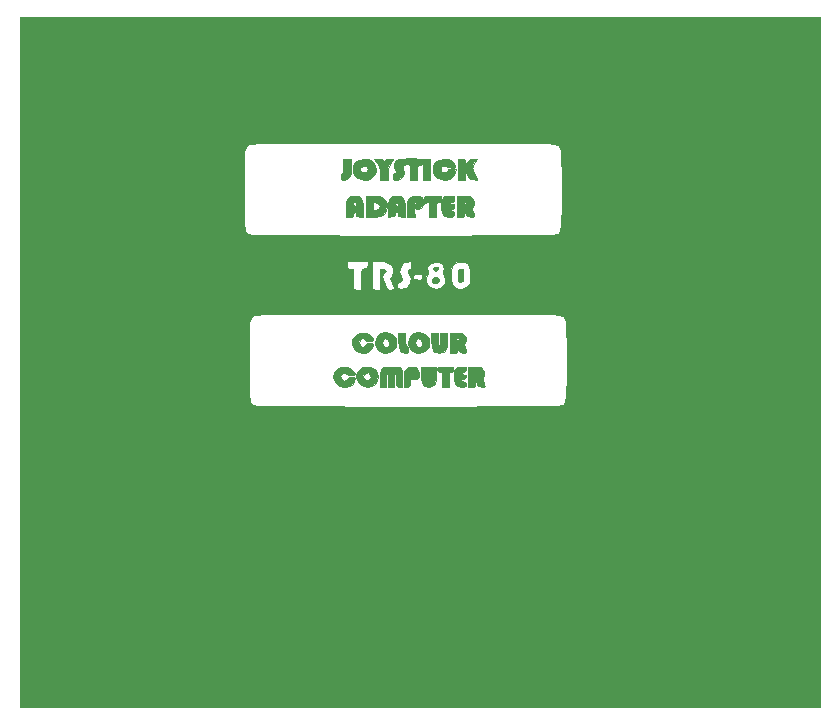
<source format=gto>
%TF.GenerationSoftware,KiCad,Pcbnew,(5.1.8)-1*%
%TF.CreationDate,2021-01-26T14:35:43+01:00*%
%TF.ProjectId,D32 Joystick Adapter Faceplate A2,44333220-4a6f-4797-9374-69636b204164,rev?*%
%TF.SameCoordinates,Original*%
%TF.FileFunction,Legend,Top*%
%TF.FilePolarity,Positive*%
%FSLAX46Y46*%
G04 Gerber Fmt 4.6, Leading zero omitted, Abs format (unit mm)*
G04 Created by KiCad (PCBNEW (5.1.8)-1) date 2021-01-26 14:35:43*
%MOMM*%
%LPD*%
G01*
G04 APERTURE LIST*
%ADD10C,0.010000*%
G04 APERTURE END LIST*
D10*
%TO.C,G\u002A\u002A\u002A*%
G36*
X157691667Y-122555000D02*
G01*
X89958334Y-122555000D01*
X89958334Y-93217999D01*
X109304667Y-93217999D01*
X109305026Y-94102320D01*
X109307641Y-94832806D01*
X109314819Y-95424956D01*
X109328867Y-95894270D01*
X109352092Y-96256246D01*
X109386802Y-96526384D01*
X109435302Y-96720181D01*
X109499901Y-96853137D01*
X109582905Y-96940751D01*
X109686620Y-96998522D01*
X109813355Y-97041948D01*
X109876607Y-97060390D01*
X109999847Y-97071703D01*
X110280936Y-97082256D01*
X110708388Y-97092046D01*
X111270722Y-97101071D01*
X111956453Y-97109329D01*
X112754098Y-97116817D01*
X113652173Y-97123533D01*
X114639195Y-97129475D01*
X115703679Y-97134639D01*
X116834144Y-97139025D01*
X118019104Y-97142629D01*
X119247077Y-97145449D01*
X120506578Y-97147484D01*
X121786125Y-97148729D01*
X123074234Y-97149184D01*
X124359420Y-97148845D01*
X125630202Y-97147711D01*
X126875094Y-97145779D01*
X128082613Y-97143047D01*
X129241277Y-97139512D01*
X130339601Y-97135172D01*
X131366101Y-97130025D01*
X132309295Y-97124068D01*
X133157698Y-97117299D01*
X133899828Y-97109715D01*
X134524199Y-97101315D01*
X135019330Y-97092096D01*
X135373736Y-97082055D01*
X135575934Y-97071191D01*
X135615634Y-97065660D01*
X135763019Y-97023257D01*
X135884662Y-96975177D01*
X135983033Y-96905917D01*
X136060602Y-96799970D01*
X136119840Y-96641831D01*
X136163216Y-96415997D01*
X136193202Y-96106960D01*
X136212268Y-95699218D01*
X136222884Y-95177264D01*
X136227520Y-94525593D01*
X136228648Y-93728700D01*
X136228667Y-93217999D01*
X136228421Y-92333808D01*
X136226038Y-91603444D01*
X136219046Y-91011404D01*
X136204975Y-90542181D01*
X136181356Y-90180271D01*
X136145717Y-89910169D01*
X136095588Y-89716369D01*
X136028499Y-89583367D01*
X135941980Y-89495658D01*
X135833560Y-89437736D01*
X135700768Y-89394097D01*
X135615634Y-89370339D01*
X135487657Y-89358205D01*
X135201874Y-89346926D01*
X134769810Y-89336502D01*
X134202989Y-89326933D01*
X133512938Y-89318219D01*
X132711181Y-89310360D01*
X131809243Y-89303355D01*
X130818649Y-89297206D01*
X129750924Y-89291912D01*
X128617594Y-89287472D01*
X127430183Y-89283888D01*
X126200216Y-89281159D01*
X124939218Y-89279284D01*
X123658716Y-89278265D01*
X122370232Y-89278100D01*
X121085294Y-89278791D01*
X119815424Y-89280336D01*
X118572150Y-89282736D01*
X117366995Y-89285992D01*
X116211485Y-89290102D01*
X115117145Y-89295067D01*
X114095500Y-89300887D01*
X113158074Y-89307563D01*
X112316394Y-89315093D01*
X111581983Y-89323478D01*
X110966368Y-89332718D01*
X110481072Y-89342813D01*
X110137622Y-89353763D01*
X109947542Y-89365568D01*
X109917700Y-89370339D01*
X109770314Y-89412742D01*
X109648672Y-89460822D01*
X109550301Y-89530082D01*
X109472732Y-89636029D01*
X109413494Y-89794168D01*
X109370117Y-90020002D01*
X109340131Y-90329039D01*
X109321066Y-90736781D01*
X109310450Y-91258735D01*
X109305813Y-91910406D01*
X109304686Y-92707299D01*
X109304667Y-93217999D01*
X89958334Y-93217999D01*
X89958334Y-84793666D01*
X117644334Y-84793666D01*
X117644334Y-85132333D01*
X117654364Y-85349488D01*
X117708718Y-85446023D01*
X117843792Y-85470465D01*
X117898334Y-85471000D01*
X118152334Y-85471000D01*
X118152334Y-87215894D01*
X118491000Y-87235876D01*
X118829667Y-87255859D01*
X118829667Y-87215894D01*
X119761000Y-87215894D01*
X120099667Y-87235876D01*
X120438334Y-87255859D01*
X120438334Y-85459752D01*
X120664637Y-85486542D01*
X120852582Y-85548119D01*
X120927601Y-85648613D01*
X120872679Y-85746456D01*
X120785920Y-85782801D01*
X120646265Y-85896858D01*
X120611010Y-86128076D01*
X120679687Y-86460666D01*
X120816266Y-86804500D01*
X120942065Y-87056494D01*
X121046348Y-87189484D01*
X121172017Y-87241070D01*
X121323438Y-87249000D01*
X121520886Y-87230784D01*
X121620697Y-87185923D01*
X121623667Y-87175623D01*
X121593330Y-87062107D01*
X121522680Y-86868000D01*
X121877667Y-86868000D01*
X121890343Y-87065361D01*
X121962711Y-87147259D01*
X122146283Y-87164254D01*
X122179566Y-87164333D01*
X122436169Y-87138764D01*
X122644686Y-87076828D01*
X122652401Y-87072851D01*
X122799110Y-86935060D01*
X122932399Y-86718713D01*
X122945677Y-86688566D01*
X123012917Y-86494819D01*
X123015217Y-86332195D01*
X122949458Y-86132505D01*
X123250204Y-86132505D01*
X123251474Y-86279585D01*
X123313912Y-86352549D01*
X123481008Y-86382298D01*
X123613195Y-86390406D01*
X123847237Y-86396012D01*
X123958215Y-86361533D01*
X123977966Y-86301200D01*
X124340005Y-86301200D01*
X124356621Y-86616121D01*
X124490460Y-86899384D01*
X124540818Y-86956515D01*
X124817987Y-87124554D01*
X125155195Y-87176576D01*
X125489137Y-87112582D01*
X125733849Y-86956515D01*
X125896980Y-86688712D01*
X125940956Y-86372139D01*
X125863174Y-86089432D01*
X126449667Y-86089432D01*
X126456757Y-86428994D01*
X126486378Y-86650851D01*
X126551056Y-86806334D01*
X126657291Y-86940303D01*
X126837876Y-87090620D01*
X127055035Y-87154888D01*
X127254000Y-87164333D01*
X127537090Y-87140567D01*
X127732805Y-87049824D01*
X127850710Y-86940303D01*
X127960646Y-86800273D01*
X128023544Y-86642976D01*
X128051928Y-86417079D01*
X128058334Y-86089432D01*
X128033330Y-85597804D01*
X127949842Y-85250056D01*
X127795150Y-85027037D01*
X127556534Y-84909596D01*
X127254000Y-84878333D01*
X126927493Y-84915980D01*
X126696541Y-85041690D01*
X126548427Y-85274613D01*
X126470430Y-85633901D01*
X126449667Y-86089432D01*
X125863174Y-86089432D01*
X125859311Y-86075392D01*
X125822372Y-86017552D01*
X125750130Y-85814124D01*
X125777252Y-85715809D01*
X125821922Y-85470460D01*
X125743413Y-85195867D01*
X125631259Y-85032114D01*
X125413863Y-84905474D01*
X125128096Y-84880426D01*
X124835470Y-84949920D01*
X124597500Y-85106905D01*
X124556473Y-85155306D01*
X124442156Y-85349797D01*
X124438457Y-85523579D01*
X124472010Y-85628657D01*
X124518350Y-85848068D01*
X124449978Y-86020699D01*
X124447556Y-86024032D01*
X124340005Y-86301200D01*
X123977966Y-86301200D01*
X123992013Y-86258296D01*
X123994334Y-86152234D01*
X123982711Y-85990909D01*
X123916481Y-85916409D01*
X123748601Y-85895310D01*
X123631343Y-85894333D01*
X123402729Y-85904076D01*
X123293907Y-85953839D01*
X123255588Y-86074423D01*
X123250204Y-86132505D01*
X122949458Y-86132505D01*
X122947184Y-86125601D01*
X122896866Y-86008846D01*
X122789528Y-85719578D01*
X122782495Y-85548563D01*
X122877352Y-85476475D01*
X122940997Y-85471000D01*
X123026066Y-85410020D01*
X123061111Y-85212687D01*
X123063000Y-85122458D01*
X123054332Y-84903996D01*
X123011406Y-84814992D01*
X122908836Y-84815806D01*
X122872500Y-84824969D01*
X122681564Y-84866383D01*
X122587712Y-84877177D01*
X122470382Y-84933288D01*
X122302681Y-85070009D01*
X122270212Y-85101545D01*
X122086042Y-85395086D01*
X122057521Y-85740044D01*
X122177594Y-86100433D01*
X122265378Y-86353479D01*
X122222816Y-86514371D01*
X122053020Y-86571654D01*
X122049657Y-86571666D01*
X121931349Y-86603822D01*
X121883519Y-86730612D01*
X121877667Y-86868000D01*
X121522680Y-86868000D01*
X121515212Y-86847484D01*
X121442468Y-86666235D01*
X121342244Y-86414146D01*
X121306784Y-86263827D01*
X121333844Y-86161535D01*
X121417068Y-86058066D01*
X121545907Y-85804377D01*
X121564333Y-85500595D01*
X121473752Y-85220992D01*
X121399381Y-85124418D01*
X121129175Y-84955634D01*
X120728295Y-84843542D01*
X120228369Y-84796551D01*
X120163167Y-84795686D01*
X119761000Y-84793666D01*
X119761000Y-87215894D01*
X118829667Y-87215894D01*
X118829667Y-86363429D01*
X118831860Y-85965506D01*
X118842222Y-85706652D01*
X118866422Y-85556625D01*
X118910134Y-85485180D01*
X118979027Y-85462072D01*
X118999000Y-85460416D01*
X119194530Y-85446255D01*
X119274167Y-85439186D01*
X119348631Y-85354217D01*
X119387124Y-85148342D01*
X119388743Y-85111102D01*
X119397486Y-84793666D01*
X117644334Y-84793666D01*
X89958334Y-84793666D01*
X89958334Y-78739999D01*
X108881334Y-78739999D01*
X108881693Y-79624320D01*
X108884308Y-80354806D01*
X108891486Y-80946956D01*
X108905534Y-81416270D01*
X108928759Y-81778246D01*
X108963468Y-82048384D01*
X109011969Y-82242181D01*
X109076568Y-82375137D01*
X109159571Y-82462751D01*
X109263287Y-82520522D01*
X109390022Y-82563948D01*
X109453274Y-82582390D01*
X109576514Y-82593703D01*
X109857602Y-82604256D01*
X110285055Y-82614046D01*
X110847389Y-82623071D01*
X111533120Y-82631329D01*
X112330765Y-82638817D01*
X113228840Y-82645533D01*
X114215861Y-82651475D01*
X115280346Y-82656639D01*
X116410810Y-82661025D01*
X117595771Y-82664629D01*
X118823744Y-82667449D01*
X120083245Y-82669484D01*
X121362792Y-82670729D01*
X122650900Y-82671184D01*
X123936087Y-82670845D01*
X125206868Y-82669711D01*
X126451760Y-82667779D01*
X127659280Y-82665047D01*
X128817944Y-82661512D01*
X129916267Y-82657172D01*
X130942768Y-82652025D01*
X131885962Y-82646068D01*
X132734365Y-82639299D01*
X133476494Y-82631715D01*
X134100866Y-82623315D01*
X134595997Y-82614096D01*
X134950403Y-82604055D01*
X135152600Y-82593191D01*
X135192301Y-82587660D01*
X135339686Y-82545257D01*
X135461329Y-82497177D01*
X135559699Y-82427917D01*
X135637268Y-82321970D01*
X135696506Y-82163831D01*
X135739883Y-81937997D01*
X135769869Y-81628960D01*
X135788935Y-81221218D01*
X135799551Y-80699264D01*
X135804187Y-80047593D01*
X135805314Y-79250700D01*
X135805334Y-78739999D01*
X135805088Y-77855808D01*
X135802704Y-77125444D01*
X135795713Y-76533404D01*
X135781642Y-76064181D01*
X135758022Y-75702271D01*
X135722383Y-75432169D01*
X135672255Y-75238369D01*
X135605166Y-75105367D01*
X135518646Y-75017658D01*
X135410226Y-74959736D01*
X135277435Y-74916097D01*
X135192301Y-74892339D01*
X135064324Y-74880205D01*
X134778541Y-74868926D01*
X134346476Y-74858502D01*
X133779656Y-74848933D01*
X133089605Y-74840219D01*
X132287847Y-74832360D01*
X131385909Y-74825355D01*
X130395315Y-74819206D01*
X129327591Y-74813912D01*
X128194260Y-74809472D01*
X127006849Y-74805888D01*
X125776882Y-74803159D01*
X124515885Y-74801284D01*
X123235382Y-74800265D01*
X121946899Y-74800100D01*
X120661960Y-74800791D01*
X119392091Y-74802336D01*
X118148817Y-74804736D01*
X116943662Y-74807992D01*
X115788152Y-74812102D01*
X114693812Y-74817067D01*
X113672166Y-74822887D01*
X112734741Y-74829563D01*
X111893060Y-74837093D01*
X111158650Y-74845478D01*
X110543034Y-74854718D01*
X110057739Y-74864813D01*
X109714289Y-74875763D01*
X109524209Y-74887568D01*
X109494366Y-74892339D01*
X109346981Y-74934742D01*
X109225338Y-74982822D01*
X109126968Y-75052082D01*
X109049399Y-75158029D01*
X108990161Y-75316168D01*
X108946784Y-75542002D01*
X108916798Y-75851039D01*
X108897732Y-76258781D01*
X108887116Y-76780735D01*
X108882480Y-77432406D01*
X108881353Y-78229299D01*
X108881334Y-78739999D01*
X89958334Y-78739999D01*
X89958334Y-64135000D01*
X157691667Y-64135000D01*
X157691667Y-122555000D01*
G37*
X157691667Y-122555000D02*
X89958334Y-122555000D01*
X89958334Y-93217999D01*
X109304667Y-93217999D01*
X109305026Y-94102320D01*
X109307641Y-94832806D01*
X109314819Y-95424956D01*
X109328867Y-95894270D01*
X109352092Y-96256246D01*
X109386802Y-96526384D01*
X109435302Y-96720181D01*
X109499901Y-96853137D01*
X109582905Y-96940751D01*
X109686620Y-96998522D01*
X109813355Y-97041948D01*
X109876607Y-97060390D01*
X109999847Y-97071703D01*
X110280936Y-97082256D01*
X110708388Y-97092046D01*
X111270722Y-97101071D01*
X111956453Y-97109329D01*
X112754098Y-97116817D01*
X113652173Y-97123533D01*
X114639195Y-97129475D01*
X115703679Y-97134639D01*
X116834144Y-97139025D01*
X118019104Y-97142629D01*
X119247077Y-97145449D01*
X120506578Y-97147484D01*
X121786125Y-97148729D01*
X123074234Y-97149184D01*
X124359420Y-97148845D01*
X125630202Y-97147711D01*
X126875094Y-97145779D01*
X128082613Y-97143047D01*
X129241277Y-97139512D01*
X130339601Y-97135172D01*
X131366101Y-97130025D01*
X132309295Y-97124068D01*
X133157698Y-97117299D01*
X133899828Y-97109715D01*
X134524199Y-97101315D01*
X135019330Y-97092096D01*
X135373736Y-97082055D01*
X135575934Y-97071191D01*
X135615634Y-97065660D01*
X135763019Y-97023257D01*
X135884662Y-96975177D01*
X135983033Y-96905917D01*
X136060602Y-96799970D01*
X136119840Y-96641831D01*
X136163216Y-96415997D01*
X136193202Y-96106960D01*
X136212268Y-95699218D01*
X136222884Y-95177264D01*
X136227520Y-94525593D01*
X136228648Y-93728700D01*
X136228667Y-93217999D01*
X136228421Y-92333808D01*
X136226038Y-91603444D01*
X136219046Y-91011404D01*
X136204975Y-90542181D01*
X136181356Y-90180271D01*
X136145717Y-89910169D01*
X136095588Y-89716369D01*
X136028499Y-89583367D01*
X135941980Y-89495658D01*
X135833560Y-89437736D01*
X135700768Y-89394097D01*
X135615634Y-89370339D01*
X135487657Y-89358205D01*
X135201874Y-89346926D01*
X134769810Y-89336502D01*
X134202989Y-89326933D01*
X133512938Y-89318219D01*
X132711181Y-89310360D01*
X131809243Y-89303355D01*
X130818649Y-89297206D01*
X129750924Y-89291912D01*
X128617594Y-89287472D01*
X127430183Y-89283888D01*
X126200216Y-89281159D01*
X124939218Y-89279284D01*
X123658716Y-89278265D01*
X122370232Y-89278100D01*
X121085294Y-89278791D01*
X119815424Y-89280336D01*
X118572150Y-89282736D01*
X117366995Y-89285992D01*
X116211485Y-89290102D01*
X115117145Y-89295067D01*
X114095500Y-89300887D01*
X113158074Y-89307563D01*
X112316394Y-89315093D01*
X111581983Y-89323478D01*
X110966368Y-89332718D01*
X110481072Y-89342813D01*
X110137622Y-89353763D01*
X109947542Y-89365568D01*
X109917700Y-89370339D01*
X109770314Y-89412742D01*
X109648672Y-89460822D01*
X109550301Y-89530082D01*
X109472732Y-89636029D01*
X109413494Y-89794168D01*
X109370117Y-90020002D01*
X109340131Y-90329039D01*
X109321066Y-90736781D01*
X109310450Y-91258735D01*
X109305813Y-91910406D01*
X109304686Y-92707299D01*
X109304667Y-93217999D01*
X89958334Y-93217999D01*
X89958334Y-84793666D01*
X117644334Y-84793666D01*
X117644334Y-85132333D01*
X117654364Y-85349488D01*
X117708718Y-85446023D01*
X117843792Y-85470465D01*
X117898334Y-85471000D01*
X118152334Y-85471000D01*
X118152334Y-87215894D01*
X118491000Y-87235876D01*
X118829667Y-87255859D01*
X118829667Y-87215894D01*
X119761000Y-87215894D01*
X120099667Y-87235876D01*
X120438334Y-87255859D01*
X120438334Y-85459752D01*
X120664637Y-85486542D01*
X120852582Y-85548119D01*
X120927601Y-85648613D01*
X120872679Y-85746456D01*
X120785920Y-85782801D01*
X120646265Y-85896858D01*
X120611010Y-86128076D01*
X120679687Y-86460666D01*
X120816266Y-86804500D01*
X120942065Y-87056494D01*
X121046348Y-87189484D01*
X121172017Y-87241070D01*
X121323438Y-87249000D01*
X121520886Y-87230784D01*
X121620697Y-87185923D01*
X121623667Y-87175623D01*
X121593330Y-87062107D01*
X121522680Y-86868000D01*
X121877667Y-86868000D01*
X121890343Y-87065361D01*
X121962711Y-87147259D01*
X122146283Y-87164254D01*
X122179566Y-87164333D01*
X122436169Y-87138764D01*
X122644686Y-87076828D01*
X122652401Y-87072851D01*
X122799110Y-86935060D01*
X122932399Y-86718713D01*
X122945677Y-86688566D01*
X123012917Y-86494819D01*
X123015217Y-86332195D01*
X122949458Y-86132505D01*
X123250204Y-86132505D01*
X123251474Y-86279585D01*
X123313912Y-86352549D01*
X123481008Y-86382298D01*
X123613195Y-86390406D01*
X123847237Y-86396012D01*
X123958215Y-86361533D01*
X123977966Y-86301200D01*
X124340005Y-86301200D01*
X124356621Y-86616121D01*
X124490460Y-86899384D01*
X124540818Y-86956515D01*
X124817987Y-87124554D01*
X125155195Y-87176576D01*
X125489137Y-87112582D01*
X125733849Y-86956515D01*
X125896980Y-86688712D01*
X125940956Y-86372139D01*
X125863174Y-86089432D01*
X126449667Y-86089432D01*
X126456757Y-86428994D01*
X126486378Y-86650851D01*
X126551056Y-86806334D01*
X126657291Y-86940303D01*
X126837876Y-87090620D01*
X127055035Y-87154888D01*
X127254000Y-87164333D01*
X127537090Y-87140567D01*
X127732805Y-87049824D01*
X127850710Y-86940303D01*
X127960646Y-86800273D01*
X128023544Y-86642976D01*
X128051928Y-86417079D01*
X128058334Y-86089432D01*
X128033330Y-85597804D01*
X127949842Y-85250056D01*
X127795150Y-85027037D01*
X127556534Y-84909596D01*
X127254000Y-84878333D01*
X126927493Y-84915980D01*
X126696541Y-85041690D01*
X126548427Y-85274613D01*
X126470430Y-85633901D01*
X126449667Y-86089432D01*
X125863174Y-86089432D01*
X125859311Y-86075392D01*
X125822372Y-86017552D01*
X125750130Y-85814124D01*
X125777252Y-85715809D01*
X125821922Y-85470460D01*
X125743413Y-85195867D01*
X125631259Y-85032114D01*
X125413863Y-84905474D01*
X125128096Y-84880426D01*
X124835470Y-84949920D01*
X124597500Y-85106905D01*
X124556473Y-85155306D01*
X124442156Y-85349797D01*
X124438457Y-85523579D01*
X124472010Y-85628657D01*
X124518350Y-85848068D01*
X124449978Y-86020699D01*
X124447556Y-86024032D01*
X124340005Y-86301200D01*
X123977966Y-86301200D01*
X123992013Y-86258296D01*
X123994334Y-86152234D01*
X123982711Y-85990909D01*
X123916481Y-85916409D01*
X123748601Y-85895310D01*
X123631343Y-85894333D01*
X123402729Y-85904076D01*
X123293907Y-85953839D01*
X123255588Y-86074423D01*
X123250204Y-86132505D01*
X122949458Y-86132505D01*
X122947184Y-86125601D01*
X122896866Y-86008846D01*
X122789528Y-85719578D01*
X122782495Y-85548563D01*
X122877352Y-85476475D01*
X122940997Y-85471000D01*
X123026066Y-85410020D01*
X123061111Y-85212687D01*
X123063000Y-85122458D01*
X123054332Y-84903996D01*
X123011406Y-84814992D01*
X122908836Y-84815806D01*
X122872500Y-84824969D01*
X122681564Y-84866383D01*
X122587712Y-84877177D01*
X122470382Y-84933288D01*
X122302681Y-85070009D01*
X122270212Y-85101545D01*
X122086042Y-85395086D01*
X122057521Y-85740044D01*
X122177594Y-86100433D01*
X122265378Y-86353479D01*
X122222816Y-86514371D01*
X122053020Y-86571654D01*
X122049657Y-86571666D01*
X121931349Y-86603822D01*
X121883519Y-86730612D01*
X121877667Y-86868000D01*
X121522680Y-86868000D01*
X121515212Y-86847484D01*
X121442468Y-86666235D01*
X121342244Y-86414146D01*
X121306784Y-86263827D01*
X121333844Y-86161535D01*
X121417068Y-86058066D01*
X121545907Y-85804377D01*
X121564333Y-85500595D01*
X121473752Y-85220992D01*
X121399381Y-85124418D01*
X121129175Y-84955634D01*
X120728295Y-84843542D01*
X120228369Y-84796551D01*
X120163167Y-84795686D01*
X119761000Y-84793666D01*
X119761000Y-87215894D01*
X118829667Y-87215894D01*
X118829667Y-86363429D01*
X118831860Y-85965506D01*
X118842222Y-85706652D01*
X118866422Y-85556625D01*
X118910134Y-85485180D01*
X118979027Y-85462072D01*
X118999000Y-85460416D01*
X119194530Y-85446255D01*
X119274167Y-85439186D01*
X119348631Y-85354217D01*
X119387124Y-85148342D01*
X119388743Y-85111102D01*
X119397486Y-84793666D01*
X117644334Y-84793666D01*
X89958334Y-84793666D01*
X89958334Y-78739999D01*
X108881334Y-78739999D01*
X108881693Y-79624320D01*
X108884308Y-80354806D01*
X108891486Y-80946956D01*
X108905534Y-81416270D01*
X108928759Y-81778246D01*
X108963468Y-82048384D01*
X109011969Y-82242181D01*
X109076568Y-82375137D01*
X109159571Y-82462751D01*
X109263287Y-82520522D01*
X109390022Y-82563948D01*
X109453274Y-82582390D01*
X109576514Y-82593703D01*
X109857602Y-82604256D01*
X110285055Y-82614046D01*
X110847389Y-82623071D01*
X111533120Y-82631329D01*
X112330765Y-82638817D01*
X113228840Y-82645533D01*
X114215861Y-82651475D01*
X115280346Y-82656639D01*
X116410810Y-82661025D01*
X117595771Y-82664629D01*
X118823744Y-82667449D01*
X120083245Y-82669484D01*
X121362792Y-82670729D01*
X122650900Y-82671184D01*
X123936087Y-82670845D01*
X125206868Y-82669711D01*
X126451760Y-82667779D01*
X127659280Y-82665047D01*
X128817944Y-82661512D01*
X129916267Y-82657172D01*
X130942768Y-82652025D01*
X131885962Y-82646068D01*
X132734365Y-82639299D01*
X133476494Y-82631715D01*
X134100866Y-82623315D01*
X134595997Y-82614096D01*
X134950403Y-82604055D01*
X135152600Y-82593191D01*
X135192301Y-82587660D01*
X135339686Y-82545257D01*
X135461329Y-82497177D01*
X135559699Y-82427917D01*
X135637268Y-82321970D01*
X135696506Y-82163831D01*
X135739883Y-81937997D01*
X135769869Y-81628960D01*
X135788935Y-81221218D01*
X135799551Y-80699264D01*
X135804187Y-80047593D01*
X135805314Y-79250700D01*
X135805334Y-78739999D01*
X135805088Y-77855808D01*
X135802704Y-77125444D01*
X135795713Y-76533404D01*
X135781642Y-76064181D01*
X135758022Y-75702271D01*
X135722383Y-75432169D01*
X135672255Y-75238369D01*
X135605166Y-75105367D01*
X135518646Y-75017658D01*
X135410226Y-74959736D01*
X135277435Y-74916097D01*
X135192301Y-74892339D01*
X135064324Y-74880205D01*
X134778541Y-74868926D01*
X134346476Y-74858502D01*
X133779656Y-74848933D01*
X133089605Y-74840219D01*
X132287847Y-74832360D01*
X131385909Y-74825355D01*
X130395315Y-74819206D01*
X129327591Y-74813912D01*
X128194260Y-74809472D01*
X127006849Y-74805888D01*
X125776882Y-74803159D01*
X124515885Y-74801284D01*
X123235382Y-74800265D01*
X121946899Y-74800100D01*
X120661960Y-74800791D01*
X119392091Y-74802336D01*
X118148817Y-74804736D01*
X116943662Y-74807992D01*
X115788152Y-74812102D01*
X114693812Y-74817067D01*
X113672166Y-74822887D01*
X112734741Y-74829563D01*
X111893060Y-74837093D01*
X111158650Y-74845478D01*
X110543034Y-74854718D01*
X110057739Y-74864813D01*
X109714289Y-74875763D01*
X109524209Y-74887568D01*
X109494366Y-74892339D01*
X109346981Y-74934742D01*
X109225338Y-74982822D01*
X109126968Y-75052082D01*
X109049399Y-75158029D01*
X108990161Y-75316168D01*
X108946784Y-75542002D01*
X108916798Y-75851039D01*
X108897732Y-76258781D01*
X108887116Y-76780735D01*
X108882480Y-77432406D01*
X108881353Y-78229299D01*
X108881334Y-78739999D01*
X89958334Y-78739999D01*
X89958334Y-64135000D01*
X157691667Y-64135000D01*
X157691667Y-122555000D01*
G36*
X117911547Y-93888243D02*
G01*
X118074180Y-94015820D01*
X118229718Y-94191387D01*
X118315687Y-94327341D01*
X118321667Y-94352874D01*
X118249529Y-94444409D01*
X118079920Y-94499736D01*
X117883044Y-94506278D01*
X117737062Y-94457595D01*
X117464124Y-94317099D01*
X117245291Y-94317225D01*
X117101422Y-94454648D01*
X117065842Y-94564642D01*
X117091418Y-94768816D01*
X117223666Y-94901018D01*
X117408095Y-94941236D01*
X117590211Y-94869452D01*
X117663982Y-94784333D01*
X117848939Y-94643072D01*
X118045700Y-94615000D01*
X118240564Y-94636032D01*
X118310143Y-94718864D01*
X118264754Y-94893099D01*
X118193790Y-95040027D01*
X118022752Y-95278393D01*
X117789318Y-95411168D01*
X117450112Y-95460021D01*
X117349718Y-95461666D01*
X117050623Y-95433610D01*
X116839765Y-95332428D01*
X116754928Y-95257291D01*
X116535791Y-94933481D01*
X116470409Y-94570120D01*
X116495579Y-94396117D01*
X116649668Y-94092879D01*
X116910522Y-93880303D01*
X117235928Y-93768559D01*
X117583675Y-93767816D01*
X117911547Y-93888243D01*
G37*
X117911547Y-93888243D02*
X118074180Y-94015820D01*
X118229718Y-94191387D01*
X118315687Y-94327341D01*
X118321667Y-94352874D01*
X118249529Y-94444409D01*
X118079920Y-94499736D01*
X117883044Y-94506278D01*
X117737062Y-94457595D01*
X117464124Y-94317099D01*
X117245291Y-94317225D01*
X117101422Y-94454648D01*
X117065842Y-94564642D01*
X117091418Y-94768816D01*
X117223666Y-94901018D01*
X117408095Y-94941236D01*
X117590211Y-94869452D01*
X117663982Y-94784333D01*
X117848939Y-94643072D01*
X118045700Y-94615000D01*
X118240564Y-94636032D01*
X118310143Y-94718864D01*
X118264754Y-94893099D01*
X118193790Y-95040027D01*
X118022752Y-95278393D01*
X117789318Y-95411168D01*
X117450112Y-95460021D01*
X117349718Y-95461666D01*
X117050623Y-95433610D01*
X116839765Y-95332428D01*
X116754928Y-95257291D01*
X116535791Y-94933481D01*
X116470409Y-94570120D01*
X116495579Y-94396117D01*
X116649668Y-94092879D01*
X116910522Y-93880303D01*
X117235928Y-93768559D01*
X117583675Y-93767816D01*
X117911547Y-93888243D01*
G36*
X119686126Y-93805409D02*
G01*
X119961554Y-93961520D01*
X119973072Y-93972708D01*
X120191637Y-94289081D01*
X120262165Y-94621856D01*
X120198656Y-94938266D01*
X120015111Y-95205545D01*
X119725532Y-95390927D01*
X119343919Y-95461646D01*
X119336849Y-95461666D01*
X119045694Y-95437783D01*
X118839961Y-95347028D01*
X118712497Y-95236739D01*
X118482694Y-94910449D01*
X118426750Y-94625900D01*
X118999000Y-94625900D01*
X119067266Y-94819730D01*
X119231490Y-94928912D01*
X119430807Y-94932686D01*
X119590754Y-94827766D01*
X119656485Y-94639412D01*
X119614847Y-94430782D01*
X119487587Y-94278664D01*
X119428070Y-94253301D01*
X119243206Y-94280483D01*
X119079241Y-94416223D01*
X118999840Y-94605235D01*
X118999000Y-94625900D01*
X118426750Y-94625900D01*
X118415519Y-94568777D01*
X118510865Y-94234062D01*
X118718454Y-93972783D01*
X119001462Y-93811044D01*
X119345057Y-93755252D01*
X119686126Y-93805409D01*
G37*
X119686126Y-93805409D02*
X119961554Y-93961520D01*
X119973072Y-93972708D01*
X120191637Y-94289081D01*
X120262165Y-94621856D01*
X120198656Y-94938266D01*
X120015111Y-95205545D01*
X119725532Y-95390927D01*
X119343919Y-95461646D01*
X119336849Y-95461666D01*
X119045694Y-95437783D01*
X118839961Y-95347028D01*
X118712497Y-95236739D01*
X118482694Y-94910449D01*
X118426750Y-94625900D01*
X118999000Y-94625900D01*
X119067266Y-94819730D01*
X119231490Y-94928912D01*
X119430807Y-94932686D01*
X119590754Y-94827766D01*
X119656485Y-94639412D01*
X119614847Y-94430782D01*
X119487587Y-94278664D01*
X119428070Y-94253301D01*
X119243206Y-94280483D01*
X119079241Y-94416223D01*
X118999840Y-94605235D01*
X118999000Y-94625900D01*
X118426750Y-94625900D01*
X118415519Y-94568777D01*
X118510865Y-94234062D01*
X118718454Y-93972783D01*
X119001462Y-93811044D01*
X119345057Y-93755252D01*
X119686126Y-93805409D01*
G36*
X121764908Y-93786379D02*
G01*
X122028743Y-93823202D01*
X122187720Y-93919357D01*
X122268388Y-94103303D01*
X122297296Y-94403496D01*
X122301000Y-94778767D01*
X122301000Y-95461666D01*
X122047000Y-95461666D01*
X121914532Y-95453877D01*
X121831836Y-95409702D01*
X121789154Y-95297931D01*
X121776731Y-95087354D01*
X121784809Y-94746759D01*
X121788944Y-94636166D01*
X121783265Y-94361686D01*
X121744488Y-94211280D01*
X121714793Y-94191666D01*
X121664627Y-94272734D01*
X121633361Y-94503079D01*
X121623667Y-94826666D01*
X121623667Y-95461666D01*
X121115667Y-95461666D01*
X121115667Y-94826666D01*
X121105161Y-94506706D01*
X121076723Y-94283692D01*
X121034971Y-94192260D01*
X121031000Y-94191666D01*
X120988339Y-94270458D01*
X120958604Y-94483744D01*
X120946413Y-94796888D01*
X120946334Y-94826666D01*
X120946334Y-95461666D01*
X120438334Y-95461666D01*
X120438334Y-94778767D01*
X120443885Y-94355090D01*
X120478237Y-94072273D01*
X120567938Y-93901858D01*
X120739538Y-93815386D01*
X121019583Y-93784399D01*
X121369667Y-93780428D01*
X121764908Y-93786379D01*
G37*
X121764908Y-93786379D02*
X122028743Y-93823202D01*
X122187720Y-93919357D01*
X122268388Y-94103303D01*
X122297296Y-94403496D01*
X122301000Y-94778767D01*
X122301000Y-95461666D01*
X122047000Y-95461666D01*
X121914532Y-95453877D01*
X121831836Y-95409702D01*
X121789154Y-95297931D01*
X121776731Y-95087354D01*
X121784809Y-94746759D01*
X121788944Y-94636166D01*
X121783265Y-94361686D01*
X121744488Y-94211280D01*
X121714793Y-94191666D01*
X121664627Y-94272734D01*
X121633361Y-94503079D01*
X121623667Y-94826666D01*
X121623667Y-95461666D01*
X121115667Y-95461666D01*
X121115667Y-94826666D01*
X121105161Y-94506706D01*
X121076723Y-94283692D01*
X121034971Y-94192260D01*
X121031000Y-94191666D01*
X120988339Y-94270458D01*
X120958604Y-94483744D01*
X120946413Y-94796888D01*
X120946334Y-94826666D01*
X120946334Y-95461666D01*
X120438334Y-95461666D01*
X120438334Y-94778767D01*
X120443885Y-94355090D01*
X120478237Y-94072273D01*
X120567938Y-93901858D01*
X120739538Y-93815386D01*
X121019583Y-93784399D01*
X121369667Y-93780428D01*
X121764908Y-93786379D01*
G36*
X123459389Y-93834046D02*
G01*
X123676382Y-94019709D01*
X123767005Y-94308113D01*
X123768556Y-94357581D01*
X123712415Y-94651475D01*
X123546444Y-94817712D01*
X123274314Y-94852740D01*
X123258207Y-94851009D01*
X123076002Y-94840122D01*
X122997306Y-94895364D01*
X122978693Y-95061573D01*
X122978334Y-95140001D01*
X122966870Y-95350024D01*
X122906349Y-95440640D01*
X122757572Y-95461488D01*
X122724334Y-95461666D01*
X122470334Y-95461666D01*
X122470334Y-94784333D01*
X122489929Y-94370993D01*
X122978334Y-94370993D01*
X123030499Y-94416896D01*
X123063000Y-94403333D01*
X123144506Y-94291174D01*
X123147667Y-94266339D01*
X123095501Y-94220436D01*
X123063000Y-94234000D01*
X122981494Y-94346159D01*
X122978334Y-94370993D01*
X122489929Y-94370993D01*
X122491197Y-94344254D01*
X122563945Y-94046186D01*
X122703817Y-93866820D01*
X122926052Y-93782844D01*
X123134545Y-93768333D01*
X123459389Y-93834046D01*
G37*
X123459389Y-93834046D02*
X123676382Y-94019709D01*
X123767005Y-94308113D01*
X123768556Y-94357581D01*
X123712415Y-94651475D01*
X123546444Y-94817712D01*
X123274314Y-94852740D01*
X123258207Y-94851009D01*
X123076002Y-94840122D01*
X122997306Y-94895364D01*
X122978693Y-95061573D01*
X122978334Y-95140001D01*
X122966870Y-95350024D01*
X122906349Y-95440640D01*
X122757572Y-95461488D01*
X122724334Y-95461666D01*
X122470334Y-95461666D01*
X122470334Y-94784333D01*
X122489929Y-94370993D01*
X122978334Y-94370993D01*
X123030499Y-94416896D01*
X123063000Y-94403333D01*
X123144506Y-94291174D01*
X123147667Y-94266339D01*
X123095501Y-94220436D01*
X123063000Y-94234000D01*
X122981494Y-94346159D01*
X122978334Y-94370993D01*
X122489929Y-94370993D01*
X122491197Y-94344254D01*
X122563945Y-94046186D01*
X122703817Y-93866820D01*
X122926052Y-93782844D01*
X123134545Y-93768333D01*
X123459389Y-93834046D01*
G36*
X124524135Y-94382166D02*
G01*
X124553354Y-94996000D01*
X124570177Y-94382166D01*
X124587000Y-93768333D01*
X125179667Y-93768333D01*
X125179667Y-94426827D01*
X125162636Y-94869282D01*
X125101513Y-95169434D01*
X124981251Y-95351805D01*
X124786802Y-95440918D01*
X124544667Y-95461666D01*
X124274520Y-95437898D01*
X124107857Y-95351369D01*
X124041468Y-95273494D01*
X123960241Y-95072608D01*
X123917995Y-94745418D01*
X123909667Y-94426827D01*
X123909667Y-93768333D01*
X124494915Y-93768333D01*
X124524135Y-94382166D01*
G37*
X124524135Y-94382166D02*
X124553354Y-94996000D01*
X124570177Y-94382166D01*
X124587000Y-93768333D01*
X125179667Y-93768333D01*
X125179667Y-94426827D01*
X125162636Y-94869282D01*
X125101513Y-95169434D01*
X124981251Y-95351805D01*
X124786802Y-95440918D01*
X124544667Y-95461666D01*
X124274520Y-95437898D01*
X124107857Y-95351369D01*
X124041468Y-95273494D01*
X123960241Y-95072608D01*
X123917995Y-94745418D01*
X123909667Y-94426827D01*
X123909667Y-93768333D01*
X124494915Y-93768333D01*
X124524135Y-94382166D01*
G36*
X126277596Y-93770588D02*
G01*
X126478744Y-93784553D01*
X126579659Y-93821023D01*
X126614890Y-93890795D01*
X126619000Y-93980000D01*
X126579313Y-94145981D01*
X126449667Y-94191666D01*
X126363089Y-94206664D01*
X126312290Y-94275052D01*
X126287913Y-94431921D01*
X126280599Y-94712362D01*
X126280334Y-94826666D01*
X126280334Y-95461666D01*
X125687667Y-95461666D01*
X125687667Y-94826666D01*
X125685029Y-94503679D01*
X125669189Y-94314351D01*
X125628257Y-94223014D01*
X125550345Y-94194000D01*
X125476000Y-94191666D01*
X125314878Y-94156697D01*
X125265227Y-94019006D01*
X125264334Y-93980000D01*
X125271551Y-93875022D01*
X125316238Y-93812163D01*
X125432942Y-93780627D01*
X125656212Y-93769617D01*
X125941667Y-93768333D01*
X126277596Y-93770588D01*
G37*
X126277596Y-93770588D02*
X126478744Y-93784553D01*
X126579659Y-93821023D01*
X126614890Y-93890795D01*
X126619000Y-93980000D01*
X126579313Y-94145981D01*
X126449667Y-94191666D01*
X126363089Y-94206664D01*
X126312290Y-94275052D01*
X126287913Y-94431921D01*
X126280599Y-94712362D01*
X126280334Y-94826666D01*
X126280334Y-95461666D01*
X125687667Y-95461666D01*
X125687667Y-94826666D01*
X125685029Y-94503679D01*
X125669189Y-94314351D01*
X125628257Y-94223014D01*
X125550345Y-94194000D01*
X125476000Y-94191666D01*
X125314878Y-94156697D01*
X125265227Y-94019006D01*
X125264334Y-93980000D01*
X125271551Y-93875022D01*
X125316238Y-93812163D01*
X125432942Y-93780627D01*
X125656212Y-93769617D01*
X125941667Y-93768333D01*
X126277596Y-93770588D01*
G36*
X127549636Y-93775535D02*
G01*
X127674112Y-93811283D01*
X127716068Y-93896786D01*
X127719667Y-93974111D01*
X127670040Y-94146007D01*
X127529167Y-94206944D01*
X127380273Y-94260095D01*
X127338667Y-94318666D01*
X127410677Y-94395068D01*
X127529167Y-94430388D01*
X127687952Y-94507725D01*
X127727439Y-94634708D01*
X127651451Y-94747409D01*
X127508000Y-94784333D01*
X127337762Y-94828493D01*
X127296334Y-94911333D01*
X127369934Y-95013476D01*
X127508000Y-95038333D01*
X127669122Y-95073302D01*
X127718773Y-95210993D01*
X127719667Y-95250000D01*
X127703535Y-95381386D01*
X127624685Y-95443122D01*
X127437435Y-95460998D01*
X127344714Y-95461666D01*
X127045388Y-95427992D01*
X126846118Y-95337428D01*
X126836714Y-95328619D01*
X126751576Y-95166920D01*
X126709924Y-94881442D01*
X126703667Y-94645719D01*
X126716768Y-94249363D01*
X126769129Y-93992341D01*
X126880338Y-93845800D01*
X127069984Y-93780888D01*
X127299312Y-93768333D01*
X127549636Y-93775535D01*
G37*
X127549636Y-93775535D02*
X127674112Y-93811283D01*
X127716068Y-93896786D01*
X127719667Y-93974111D01*
X127670040Y-94146007D01*
X127529167Y-94206944D01*
X127380273Y-94260095D01*
X127338667Y-94318666D01*
X127410677Y-94395068D01*
X127529167Y-94430388D01*
X127687952Y-94507725D01*
X127727439Y-94634708D01*
X127651451Y-94747409D01*
X127508000Y-94784333D01*
X127337762Y-94828493D01*
X127296334Y-94911333D01*
X127369934Y-95013476D01*
X127508000Y-95038333D01*
X127669122Y-95073302D01*
X127718773Y-95210993D01*
X127719667Y-95250000D01*
X127703535Y-95381386D01*
X127624685Y-95443122D01*
X127437435Y-95460998D01*
X127344714Y-95461666D01*
X127045388Y-95427992D01*
X126846118Y-95337428D01*
X126836714Y-95328619D01*
X126751576Y-95166920D01*
X126709924Y-94881442D01*
X126703667Y-94645719D01*
X126716768Y-94249363D01*
X126769129Y-93992341D01*
X126880338Y-93845800D01*
X127069984Y-93780888D01*
X127299312Y-93768333D01*
X127549636Y-93775535D01*
G36*
X128758980Y-93781764D02*
G01*
X128968841Y-93828885D01*
X129100589Y-93919934D01*
X129103545Y-93923166D01*
X129206740Y-94124912D01*
X129240947Y-94376610D01*
X129200876Y-94598544D01*
X129153209Y-94671591D01*
X129113686Y-94799060D01*
X129173517Y-95025236D01*
X129195542Y-95079864D01*
X129278827Y-95286316D01*
X129325025Y-95414665D01*
X129328334Y-95429673D01*
X129253716Y-95450718D01*
X129069962Y-95461352D01*
X129027913Y-95461666D01*
X128809401Y-95437140D01*
X128681467Y-95330543D01*
X128607894Y-95186500D01*
X128488295Y-94911333D01*
X128484981Y-95186500D01*
X128467868Y-95371174D01*
X128387806Y-95446884D01*
X128192490Y-95461662D01*
X128185334Y-95461666D01*
X127889000Y-95461666D01*
X127889000Y-94313669D01*
X128481667Y-94313669D01*
X128509569Y-94435998D01*
X128582881Y-94399328D01*
X128605051Y-94366850D01*
X128594434Y-94258110D01*
X128567715Y-94234853D01*
X128494085Y-94253248D01*
X128481667Y-94313669D01*
X127889000Y-94313669D01*
X127889000Y-93768333D01*
X128426211Y-93768333D01*
X128758980Y-93781764D01*
G37*
X128758980Y-93781764D02*
X128968841Y-93828885D01*
X129100589Y-93919934D01*
X129103545Y-93923166D01*
X129206740Y-94124912D01*
X129240947Y-94376610D01*
X129200876Y-94598544D01*
X129153209Y-94671591D01*
X129113686Y-94799060D01*
X129173517Y-95025236D01*
X129195542Y-95079864D01*
X129278827Y-95286316D01*
X129325025Y-95414665D01*
X129328334Y-95429673D01*
X129253716Y-95450718D01*
X129069962Y-95461352D01*
X129027913Y-95461666D01*
X128809401Y-95437140D01*
X128681467Y-95330543D01*
X128607894Y-95186500D01*
X128488295Y-94911333D01*
X128484981Y-95186500D01*
X128467868Y-95371174D01*
X128387806Y-95446884D01*
X128192490Y-95461662D01*
X128185334Y-95461666D01*
X127889000Y-95461666D01*
X127889000Y-94313669D01*
X128481667Y-94313669D01*
X128509569Y-94435998D01*
X128582881Y-94399328D01*
X128605051Y-94366850D01*
X128594434Y-94258110D01*
X128567715Y-94234853D01*
X128494085Y-94253248D01*
X128481667Y-94313669D01*
X127889000Y-94313669D01*
X127889000Y-93768333D01*
X128426211Y-93768333D01*
X128758980Y-93781764D01*
G36*
X119272500Y-90909968D02*
G01*
X119473919Y-90988723D01*
X119625796Y-91116219D01*
X119767855Y-91297175D01*
X119828346Y-91453605D01*
X119827117Y-91476053D01*
X119732208Y-91596249D01*
X119548219Y-91635103D01*
X119335056Y-91591751D01*
X119171522Y-91485521D01*
X119013777Y-91367778D01*
X118869008Y-91378679D01*
X118827726Y-91398705D01*
X118698451Y-91548534D01*
X118659295Y-91762372D01*
X118712166Y-91965625D01*
X118810687Y-92064842D01*
X119000186Y-92095327D01*
X119170852Y-92020725D01*
X119252426Y-91873711D01*
X119253000Y-91859126D01*
X119323701Y-91766918D01*
X119542915Y-91736346D01*
X119549334Y-91736333D01*
X119752651Y-91754619D01*
X119835050Y-91827745D01*
X119845667Y-91912179D01*
X119788297Y-92081814D01*
X119645755Y-92284654D01*
X119598180Y-92335512D01*
X119396270Y-92500005D01*
X119177805Y-92571080D01*
X118956667Y-92583000D01*
X118671275Y-92559498D01*
X118465541Y-92466922D01*
X118315154Y-92335512D01*
X118137126Y-92106755D01*
X118071527Y-91850770D01*
X118067667Y-91736333D01*
X118103365Y-91447648D01*
X118237341Y-91220452D01*
X118315154Y-91137153D01*
X118505912Y-90978725D01*
X118708940Y-90906147D01*
X118980942Y-90889666D01*
X119272500Y-90909968D01*
G37*
X119272500Y-90909968D02*
X119473919Y-90988723D01*
X119625796Y-91116219D01*
X119767855Y-91297175D01*
X119828346Y-91453605D01*
X119827117Y-91476053D01*
X119732208Y-91596249D01*
X119548219Y-91635103D01*
X119335056Y-91591751D01*
X119171522Y-91485521D01*
X119013777Y-91367778D01*
X118869008Y-91378679D01*
X118827726Y-91398705D01*
X118698451Y-91548534D01*
X118659295Y-91762372D01*
X118712166Y-91965625D01*
X118810687Y-92064842D01*
X119000186Y-92095327D01*
X119170852Y-92020725D01*
X119252426Y-91873711D01*
X119253000Y-91859126D01*
X119323701Y-91766918D01*
X119542915Y-91736346D01*
X119549334Y-91736333D01*
X119752651Y-91754619D01*
X119835050Y-91827745D01*
X119845667Y-91912179D01*
X119788297Y-92081814D01*
X119645755Y-92284654D01*
X119598180Y-92335512D01*
X119396270Y-92500005D01*
X119177805Y-92571080D01*
X118956667Y-92583000D01*
X118671275Y-92559498D01*
X118465541Y-92466922D01*
X118315154Y-92335512D01*
X118137126Y-92106755D01*
X118071527Y-91850770D01*
X118067667Y-91736333D01*
X118103365Y-91447648D01*
X118237341Y-91220452D01*
X118315154Y-91137153D01*
X118505912Y-90978725D01*
X118708940Y-90906147D01*
X118980942Y-90889666D01*
X119272500Y-90909968D01*
G36*
X121232331Y-90932957D02*
G01*
X121532504Y-91108859D01*
X121696784Y-91273079D01*
X121773145Y-91448037D01*
X121792924Y-91709221D01*
X121793000Y-91736333D01*
X121776420Y-92007764D01*
X121705786Y-92186879D01*
X121549761Y-92349165D01*
X121532504Y-92363807D01*
X121195108Y-92550526D01*
X120828534Y-92593514D01*
X120478071Y-92493778D01*
X120262487Y-92335512D01*
X120084460Y-92106755D01*
X120018860Y-91850770D01*
X120015000Y-91736333D01*
X120607667Y-91736333D01*
X120666089Y-91967266D01*
X120815207Y-92091882D01*
X121015801Y-92081052D01*
X121049980Y-92064842D01*
X121170139Y-91913126D01*
X121200334Y-91736333D01*
X121147350Y-91509747D01*
X121049980Y-91407824D01*
X120844799Y-91372671D01*
X120684830Y-91477616D01*
X120609296Y-91693528D01*
X120607667Y-91736333D01*
X120015000Y-91736333D01*
X120087058Y-91385014D01*
X120279867Y-91114526D01*
X120558380Y-90939359D01*
X120887550Y-90874006D01*
X121232331Y-90932957D01*
G37*
X121232331Y-90932957D02*
X121532504Y-91108859D01*
X121696784Y-91273079D01*
X121773145Y-91448037D01*
X121792924Y-91709221D01*
X121793000Y-91736333D01*
X121776420Y-92007764D01*
X121705786Y-92186879D01*
X121549761Y-92349165D01*
X121532504Y-92363807D01*
X121195108Y-92550526D01*
X120828534Y-92593514D01*
X120478071Y-92493778D01*
X120262487Y-92335512D01*
X120084460Y-92106755D01*
X120018860Y-91850770D01*
X120015000Y-91736333D01*
X120607667Y-91736333D01*
X120666089Y-91967266D01*
X120815207Y-92091882D01*
X121015801Y-92081052D01*
X121049980Y-92064842D01*
X121170139Y-91913126D01*
X121200334Y-91736333D01*
X121147350Y-91509747D01*
X121049980Y-91407824D01*
X120844799Y-91372671D01*
X120684830Y-91477616D01*
X120609296Y-91693528D01*
X120607667Y-91736333D01*
X120015000Y-91736333D01*
X120087058Y-91385014D01*
X120279867Y-91114526D01*
X120558380Y-90939359D01*
X120887550Y-90874006D01*
X121232331Y-90932957D01*
G36*
X122555000Y-91442657D02*
G01*
X122566377Y-91769622D01*
X122604832Y-91959246D01*
X122676853Y-92042266D01*
X122682000Y-92044382D01*
X122776766Y-92159206D01*
X122809000Y-92338058D01*
X122785445Y-92514121D01*
X122681020Y-92576559D01*
X122576167Y-92581703D01*
X122365995Y-92558689D01*
X122242797Y-92516480D01*
X122103425Y-92336516D01*
X122008659Y-92015537D01*
X121964696Y-91577449D01*
X121962334Y-91434488D01*
X121962334Y-90889666D01*
X122555000Y-90889666D01*
X122555000Y-91442657D01*
G37*
X122555000Y-91442657D02*
X122566377Y-91769622D01*
X122604832Y-91959246D01*
X122676853Y-92042266D01*
X122682000Y-92044382D01*
X122776766Y-92159206D01*
X122809000Y-92338058D01*
X122785445Y-92514121D01*
X122681020Y-92576559D01*
X122576167Y-92581703D01*
X122365995Y-92558689D01*
X122242797Y-92516480D01*
X122103425Y-92336516D01*
X122008659Y-92015537D01*
X121964696Y-91577449D01*
X121962334Y-91434488D01*
X121962334Y-90889666D01*
X122555000Y-90889666D01*
X122555000Y-91442657D01*
G36*
X124026331Y-90932957D02*
G01*
X124326504Y-91108859D01*
X124490784Y-91273079D01*
X124567145Y-91448037D01*
X124586924Y-91709221D01*
X124587000Y-91736333D01*
X124570420Y-92007764D01*
X124499786Y-92186879D01*
X124343761Y-92349165D01*
X124326504Y-92363807D01*
X123989108Y-92550526D01*
X123622534Y-92593514D01*
X123272071Y-92493778D01*
X123056487Y-92335512D01*
X122878460Y-92106755D01*
X122812860Y-91850770D01*
X122809000Y-91736333D01*
X123401667Y-91736333D01*
X123460089Y-91967266D01*
X123609207Y-92091882D01*
X123809801Y-92081052D01*
X123843980Y-92064842D01*
X123964139Y-91913126D01*
X123994334Y-91736333D01*
X123941350Y-91509747D01*
X123843980Y-91407824D01*
X123638799Y-91372671D01*
X123478830Y-91477616D01*
X123403296Y-91693528D01*
X123401667Y-91736333D01*
X122809000Y-91736333D01*
X122881058Y-91385014D01*
X123073867Y-91114526D01*
X123352380Y-90939359D01*
X123681550Y-90874006D01*
X124026331Y-90932957D01*
G37*
X124026331Y-90932957D02*
X124326504Y-91108859D01*
X124490784Y-91273079D01*
X124567145Y-91448037D01*
X124586924Y-91709221D01*
X124587000Y-91736333D01*
X124570420Y-92007764D01*
X124499786Y-92186879D01*
X124343761Y-92349165D01*
X124326504Y-92363807D01*
X123989108Y-92550526D01*
X123622534Y-92593514D01*
X123272071Y-92493778D01*
X123056487Y-92335512D01*
X122878460Y-92106755D01*
X122812860Y-91850770D01*
X122809000Y-91736333D01*
X123401667Y-91736333D01*
X123460089Y-91967266D01*
X123609207Y-92091882D01*
X123809801Y-92081052D01*
X123843980Y-92064842D01*
X123964139Y-91913126D01*
X123994334Y-91736333D01*
X123941350Y-91509747D01*
X123843980Y-91407824D01*
X123638799Y-91372671D01*
X123478830Y-91477616D01*
X123403296Y-91693528D01*
X123401667Y-91736333D01*
X122809000Y-91736333D01*
X122881058Y-91385014D01*
X123073867Y-91114526D01*
X123352380Y-90939359D01*
X123681550Y-90874006D01*
X124026331Y-90932957D01*
G36*
X125349000Y-91482333D02*
G01*
X125360187Y-91786357D01*
X125390171Y-91996434D01*
X125433585Y-92074999D01*
X125433667Y-92075000D01*
X125477099Y-91996690D01*
X125507110Y-91786804D01*
X125518333Y-91482908D01*
X125518334Y-91482333D01*
X125518334Y-90889666D01*
X126111000Y-90889666D01*
X126111000Y-91487899D01*
X126081932Y-91970301D01*
X125992375Y-92305858D01*
X125838806Y-92507189D01*
X125823159Y-92518203D01*
X125659838Y-92564773D01*
X125415605Y-92578434D01*
X125175617Y-92559375D01*
X125036797Y-92516480D01*
X124897425Y-92336516D01*
X124802659Y-92015537D01*
X124758696Y-91577449D01*
X124756334Y-91434488D01*
X124756334Y-90889666D01*
X125349000Y-90889666D01*
X125349000Y-91482333D01*
G37*
X125349000Y-91482333D02*
X125360187Y-91786357D01*
X125390171Y-91996434D01*
X125433585Y-92074999D01*
X125433667Y-92075000D01*
X125477099Y-91996690D01*
X125507110Y-91786804D01*
X125518333Y-91482908D01*
X125518334Y-91482333D01*
X125518334Y-90889666D01*
X126111000Y-90889666D01*
X126111000Y-91487899D01*
X126081932Y-91970301D01*
X125992375Y-92305858D01*
X125838806Y-92507189D01*
X125823159Y-92518203D01*
X125659838Y-92564773D01*
X125415605Y-92578434D01*
X125175617Y-92559375D01*
X125036797Y-92516480D01*
X124897425Y-92336516D01*
X124802659Y-92015537D01*
X124758696Y-91577449D01*
X124756334Y-91434488D01*
X124756334Y-90889666D01*
X125349000Y-90889666D01*
X125349000Y-91482333D01*
G36*
X127198303Y-90904714D02*
G01*
X127408414Y-90958553D01*
X127550334Y-91059000D01*
X127686362Y-91280664D01*
X127709778Y-91521116D01*
X127615902Y-91715863D01*
X127599091Y-91731001D01*
X127527374Y-91820805D01*
X127534810Y-91947122D01*
X127599091Y-92119649D01*
X127693556Y-92375515D01*
X127696981Y-92515363D01*
X127597013Y-92573113D01*
X127430389Y-92583000D01*
X127216310Y-92556536D01*
X127099646Y-92449207D01*
X127056073Y-92350166D01*
X126971035Y-92117333D01*
X126964351Y-92350166D01*
X126940146Y-92507252D01*
X126845353Y-92571524D01*
X126661334Y-92583000D01*
X126365000Y-92583000D01*
X126365000Y-91447055D01*
X126873000Y-91447055D01*
X126922354Y-91539773D01*
X127023904Y-91524989D01*
X127107597Y-91413541D01*
X127070748Y-91327175D01*
X127007056Y-91313000D01*
X126890424Y-91381169D01*
X126873000Y-91447055D01*
X126365000Y-91447055D01*
X126365000Y-90889666D01*
X126873000Y-90889666D01*
X127198303Y-90904714D01*
G37*
X127198303Y-90904714D02*
X127408414Y-90958553D01*
X127550334Y-91059000D01*
X127686362Y-91280664D01*
X127709778Y-91521116D01*
X127615902Y-91715863D01*
X127599091Y-91731001D01*
X127527374Y-91820805D01*
X127534810Y-91947122D01*
X127599091Y-92119649D01*
X127693556Y-92375515D01*
X127696981Y-92515363D01*
X127597013Y-92573113D01*
X127430389Y-92583000D01*
X127216310Y-92556536D01*
X127099646Y-92449207D01*
X127056073Y-92350166D01*
X126971035Y-92117333D01*
X126964351Y-92350166D01*
X126940146Y-92507252D01*
X126845353Y-92571524D01*
X126661334Y-92583000D01*
X126365000Y-92583000D01*
X126365000Y-91447055D01*
X126873000Y-91447055D01*
X126922354Y-91539773D01*
X127023904Y-91524989D01*
X127107597Y-91413541D01*
X127070748Y-91327175D01*
X127007056Y-91313000D01*
X126890424Y-91381169D01*
X126873000Y-91447055D01*
X126365000Y-91447055D01*
X126365000Y-90889666D01*
X126873000Y-90889666D01*
X127198303Y-90904714D01*
G36*
X125184411Y-86161459D02*
G01*
X125335381Y-86217727D01*
X125388426Y-86363147D01*
X125391334Y-86444666D01*
X125365206Y-86630741D01*
X125255691Y-86709121D01*
X125164195Y-86724907D01*
X124946553Y-86692813D01*
X124849975Y-86588436D01*
X124817607Y-86386746D01*
X124917385Y-86227366D01*
X125112194Y-86157680D01*
X125184411Y-86161459D01*
G37*
X125184411Y-86161459D02*
X125335381Y-86217727D01*
X125388426Y-86363147D01*
X125391334Y-86444666D01*
X125365206Y-86630741D01*
X125255691Y-86709121D01*
X125164195Y-86724907D01*
X124946553Y-86692813D01*
X124849975Y-86588436D01*
X124817607Y-86386746D01*
X124917385Y-86227366D01*
X125112194Y-86157680D01*
X125184411Y-86161459D01*
G36*
X125303315Y-85341353D02*
G01*
X125349000Y-85471000D01*
X125299391Y-85603784D01*
X125137334Y-85640333D01*
X124971352Y-85600646D01*
X124925667Y-85471000D01*
X124975276Y-85338215D01*
X125137334Y-85301666D01*
X125303315Y-85341353D01*
G37*
X125303315Y-85341353D02*
X125349000Y-85471000D01*
X125299391Y-85603784D01*
X125137334Y-85640333D01*
X124971352Y-85600646D01*
X124925667Y-85471000D01*
X124975276Y-85338215D01*
X125137334Y-85301666D01*
X125303315Y-85341353D01*
G36*
X127367783Y-85480650D02*
G01*
X127431159Y-85535104D01*
X127458841Y-85672619D01*
X127465545Y-85931450D01*
X127465667Y-86021333D01*
X127461955Y-86317168D01*
X127441011Y-86481945D01*
X127388121Y-86553920D01*
X127288570Y-86571349D01*
X127254000Y-86571666D01*
X127140217Y-86562016D01*
X127076842Y-86507562D01*
X127049159Y-86370047D01*
X127042456Y-86111215D01*
X127042334Y-86021333D01*
X127046045Y-85725497D01*
X127066989Y-85560721D01*
X127119879Y-85488746D01*
X127219430Y-85471317D01*
X127254000Y-85471000D01*
X127367783Y-85480650D01*
G37*
X127367783Y-85480650D02*
X127431159Y-85535104D01*
X127458841Y-85672619D01*
X127465545Y-85931450D01*
X127465667Y-86021333D01*
X127461955Y-86317168D01*
X127441011Y-86481945D01*
X127388121Y-86553920D01*
X127288570Y-86571349D01*
X127254000Y-86571666D01*
X127140217Y-86562016D01*
X127076842Y-86507562D01*
X127049159Y-86370047D01*
X127042456Y-86111215D01*
X127042334Y-86021333D01*
X127046045Y-85725497D01*
X127066989Y-85560721D01*
X127119879Y-85488746D01*
X127219430Y-85471317D01*
X127254000Y-85471000D01*
X127367783Y-85480650D01*
G36*
X118454791Y-79305608D02*
G01*
X118686983Y-79356981D01*
X118845184Y-79482588D01*
X118941525Y-79707150D01*
X118988135Y-80055386D01*
X118997752Y-80412166D01*
X118999000Y-81068333D01*
X118702667Y-81068333D01*
X118502269Y-81052519D01*
X118420229Y-80981353D01*
X118406334Y-80856666D01*
X118362173Y-80686428D01*
X118279334Y-80645000D01*
X118177190Y-80718600D01*
X118152334Y-80856666D01*
X118130193Y-80999808D01*
X118030562Y-81058407D01*
X117856000Y-81068333D01*
X117559667Y-81068333D01*
X117559667Y-80437317D01*
X117579324Y-79960291D01*
X117582228Y-79946500D01*
X118167612Y-79946500D01*
X118188138Y-80101747D01*
X118279334Y-80137000D01*
X118384129Y-80078557D01*
X118391055Y-79946500D01*
X118337905Y-79797606D01*
X118279334Y-79756000D01*
X118202932Y-79828010D01*
X118167612Y-79946500D01*
X117582228Y-79946500D01*
X117649205Y-79628487D01*
X117785678Y-79421213D01*
X118005107Y-79317777D01*
X118323860Y-79297488D01*
X118454791Y-79305608D01*
G37*
X118454791Y-79305608D02*
X118686983Y-79356981D01*
X118845184Y-79482588D01*
X118941525Y-79707150D01*
X118988135Y-80055386D01*
X118997752Y-80412166D01*
X118999000Y-81068333D01*
X118702667Y-81068333D01*
X118502269Y-81052519D01*
X118420229Y-80981353D01*
X118406334Y-80856666D01*
X118362173Y-80686428D01*
X118279334Y-80645000D01*
X118177190Y-80718600D01*
X118152334Y-80856666D01*
X118130193Y-80999808D01*
X118030562Y-81058407D01*
X117856000Y-81068333D01*
X117559667Y-81068333D01*
X117559667Y-80437317D01*
X117579324Y-79960291D01*
X117582228Y-79946500D01*
X118167612Y-79946500D01*
X118188138Y-80101747D01*
X118279334Y-80137000D01*
X118384129Y-80078557D01*
X118391055Y-79946500D01*
X118337905Y-79797606D01*
X118279334Y-79756000D01*
X118202932Y-79828010D01*
X118167612Y-79946500D01*
X117582228Y-79946500D01*
X117649205Y-79628487D01*
X117785678Y-79421213D01*
X118005107Y-79317777D01*
X118323860Y-79297488D01*
X118454791Y-79305608D01*
G36*
X120316575Y-79337532D02*
G01*
X120687388Y-79480492D01*
X120922790Y-79721255D01*
X121025590Y-80061864D01*
X121031000Y-80179333D01*
X120966043Y-80549213D01*
X120769299Y-80818655D01*
X120437955Y-80989704D01*
X119969202Y-81064402D01*
X119807538Y-81068333D01*
X119253000Y-81068333D01*
X119253000Y-80179333D01*
X119845667Y-80179333D01*
X119852239Y-80415729D01*
X119886298Y-80520820D01*
X119969355Y-80532526D01*
X120036167Y-80515156D01*
X120235960Y-80412296D01*
X120332500Y-80323935D01*
X120420063Y-80186969D01*
X120438334Y-80131184D01*
X120365054Y-80017509D01*
X120180921Y-79901376D01*
X120036167Y-79845323D01*
X119920474Y-79823246D01*
X119864552Y-79875824D01*
X119846882Y-80040785D01*
X119845667Y-80179333D01*
X119253000Y-80179333D01*
X119253000Y-79290333D01*
X119807538Y-79290333D01*
X120316575Y-79337532D01*
G37*
X120316575Y-79337532D02*
X120687388Y-79480492D01*
X120922790Y-79721255D01*
X121025590Y-80061864D01*
X121031000Y-80179333D01*
X120966043Y-80549213D01*
X120769299Y-80818655D01*
X120437955Y-80989704D01*
X119969202Y-81064402D01*
X119807538Y-81068333D01*
X119253000Y-81068333D01*
X119253000Y-80179333D01*
X119845667Y-80179333D01*
X119852239Y-80415729D01*
X119886298Y-80520820D01*
X119969355Y-80532526D01*
X120036167Y-80515156D01*
X120235960Y-80412296D01*
X120332500Y-80323935D01*
X120420063Y-80186969D01*
X120438334Y-80131184D01*
X120365054Y-80017509D01*
X120180921Y-79901376D01*
X120036167Y-79845323D01*
X119920474Y-79823246D01*
X119864552Y-79875824D01*
X119846882Y-80040785D01*
X119845667Y-80179333D01*
X119253000Y-80179333D01*
X119253000Y-79290333D01*
X119807538Y-79290333D01*
X120316575Y-79337532D01*
G36*
X122010791Y-79305608D02*
G01*
X122242983Y-79356981D01*
X122401184Y-79482588D01*
X122497525Y-79707150D01*
X122544135Y-80055386D01*
X122553752Y-80412166D01*
X122555000Y-81068333D01*
X122258667Y-81068333D01*
X122058269Y-81052519D01*
X121976229Y-80981353D01*
X121962334Y-80856666D01*
X121916770Y-80684585D01*
X121830012Y-80645000D01*
X121729652Y-80709189D01*
X121724178Y-80835500D01*
X121718402Y-80963279D01*
X121624737Y-81025710D01*
X121433167Y-81052277D01*
X121115667Y-81078555D01*
X121115667Y-80442428D01*
X121133428Y-80005527D01*
X121723292Y-80005527D01*
X121764199Y-80118493D01*
X121835334Y-80137000D01*
X121942089Y-80076134D01*
X121946215Y-79988833D01*
X121875648Y-79869555D01*
X121778646Y-79890150D01*
X121723292Y-80005527D01*
X121133428Y-80005527D01*
X121135107Y-79964251D01*
X121204302Y-79631358D01*
X121339560Y-79423035D01*
X121557192Y-79318568D01*
X121873509Y-79297243D01*
X122010791Y-79305608D01*
G37*
X122010791Y-79305608D02*
X122242983Y-79356981D01*
X122401184Y-79482588D01*
X122497525Y-79707150D01*
X122544135Y-80055386D01*
X122553752Y-80412166D01*
X122555000Y-81068333D01*
X122258667Y-81068333D01*
X122058269Y-81052519D01*
X121976229Y-80981353D01*
X121962334Y-80856666D01*
X121916770Y-80684585D01*
X121830012Y-80645000D01*
X121729652Y-80709189D01*
X121724178Y-80835500D01*
X121718402Y-80963279D01*
X121624737Y-81025710D01*
X121433167Y-81052277D01*
X121115667Y-81078555D01*
X121115667Y-80442428D01*
X121133428Y-80005527D01*
X121723292Y-80005527D01*
X121764199Y-80118493D01*
X121835334Y-80137000D01*
X121942089Y-80076134D01*
X121946215Y-79988833D01*
X121875648Y-79869555D01*
X121778646Y-79890150D01*
X121723292Y-80005527D01*
X121133428Y-80005527D01*
X121135107Y-79964251D01*
X121204302Y-79631358D01*
X121339560Y-79423035D01*
X121557192Y-79318568D01*
X121873509Y-79297243D01*
X122010791Y-79305608D01*
G36*
X126533924Y-79296057D02*
G01*
X126657323Y-79331000D01*
X126699256Y-79421818D01*
X126703667Y-79544333D01*
X126681167Y-79725582D01*
X126584229Y-79791994D01*
X126487003Y-79798333D01*
X126342953Y-79825209D01*
X126322667Y-79883000D01*
X126442087Y-79954125D01*
X126539330Y-79967666D01*
X126668958Y-80019982D01*
X126703667Y-80179333D01*
X126668697Y-80340455D01*
X126531007Y-80390106D01*
X126492000Y-80391000D01*
X126332885Y-80419982D01*
X126280334Y-80475666D01*
X126352790Y-80539312D01*
X126492000Y-80560333D01*
X126643272Y-80587670D01*
X126698612Y-80703878D01*
X126703667Y-80814333D01*
X126694235Y-80965319D01*
X126636658Y-81040208D01*
X126487010Y-81065656D01*
X126285134Y-81068333D01*
X125963116Y-81031855D01*
X125754920Y-80907014D01*
X125641397Y-80670700D01*
X125603395Y-80299801D01*
X125603000Y-80245161D01*
X125596950Y-79985261D01*
X125565457Y-79852364D01*
X125488511Y-79804226D01*
X125391334Y-79798333D01*
X125283671Y-79806247D01*
X125220562Y-79853767D01*
X125190116Y-79976561D01*
X125180445Y-80210299D01*
X125179667Y-80433333D01*
X125179667Y-81068333D01*
X124587000Y-81068333D01*
X124587000Y-80433333D01*
X124583782Y-80109957D01*
X124567026Y-79920476D01*
X124526076Y-79829478D01*
X124450278Y-79801550D01*
X124396500Y-79800165D01*
X124212805Y-79875210D01*
X124079000Y-80073833D01*
X123916255Y-80297981D01*
X123676834Y-80399974D01*
X123489486Y-80424301D01*
X123414770Y-80373141D01*
X123401667Y-80227906D01*
X123437604Y-80019569D01*
X123503267Y-79899933D01*
X123551535Y-79818851D01*
X123452125Y-79798333D01*
X123375203Y-79814487D01*
X123334408Y-79886072D01*
X123323863Y-80047768D01*
X123337694Y-80334257D01*
X123344548Y-80433333D01*
X123389713Y-81068333D01*
X122724334Y-81068333D01*
X122724334Y-80402418D01*
X122748234Y-79934902D01*
X122828795Y-79610615D01*
X122979307Y-79409100D01*
X123213061Y-79309899D01*
X123446847Y-79290333D01*
X123748494Y-79323919D01*
X123953904Y-79438767D01*
X123991035Y-79475631D01*
X124163667Y-79660929D01*
X124163667Y-79475631D01*
X124173903Y-79385767D01*
X124226866Y-79330904D01*
X124355935Y-79302447D01*
X124594491Y-79291801D01*
X124883334Y-79290333D01*
X125232247Y-79292885D01*
X125445250Y-79306365D01*
X125555753Y-79339509D01*
X125597164Y-79401052D01*
X125603000Y-79478505D01*
X125603000Y-79666677D01*
X125734801Y-79478505D01*
X125856102Y-79358596D01*
X126036643Y-79302548D01*
X126285134Y-79290333D01*
X126533924Y-79296057D01*
G37*
X126533924Y-79296057D02*
X126657323Y-79331000D01*
X126699256Y-79421818D01*
X126703667Y-79544333D01*
X126681167Y-79725582D01*
X126584229Y-79791994D01*
X126487003Y-79798333D01*
X126342953Y-79825209D01*
X126322667Y-79883000D01*
X126442087Y-79954125D01*
X126539330Y-79967666D01*
X126668958Y-80019982D01*
X126703667Y-80179333D01*
X126668697Y-80340455D01*
X126531007Y-80390106D01*
X126492000Y-80391000D01*
X126332885Y-80419982D01*
X126280334Y-80475666D01*
X126352790Y-80539312D01*
X126492000Y-80560333D01*
X126643272Y-80587670D01*
X126698612Y-80703878D01*
X126703667Y-80814333D01*
X126694235Y-80965319D01*
X126636658Y-81040208D01*
X126487010Y-81065656D01*
X126285134Y-81068333D01*
X125963116Y-81031855D01*
X125754920Y-80907014D01*
X125641397Y-80670700D01*
X125603395Y-80299801D01*
X125603000Y-80245161D01*
X125596950Y-79985261D01*
X125565457Y-79852364D01*
X125488511Y-79804226D01*
X125391334Y-79798333D01*
X125283671Y-79806247D01*
X125220562Y-79853767D01*
X125190116Y-79976561D01*
X125180445Y-80210299D01*
X125179667Y-80433333D01*
X125179667Y-81068333D01*
X124587000Y-81068333D01*
X124587000Y-80433333D01*
X124583782Y-80109957D01*
X124567026Y-79920476D01*
X124526076Y-79829478D01*
X124450278Y-79801550D01*
X124396500Y-79800165D01*
X124212805Y-79875210D01*
X124079000Y-80073833D01*
X123916255Y-80297981D01*
X123676834Y-80399974D01*
X123489486Y-80424301D01*
X123414770Y-80373141D01*
X123401667Y-80227906D01*
X123437604Y-80019569D01*
X123503267Y-79899933D01*
X123551535Y-79818851D01*
X123452125Y-79798333D01*
X123375203Y-79814487D01*
X123334408Y-79886072D01*
X123323863Y-80047768D01*
X123337694Y-80334257D01*
X123344548Y-80433333D01*
X123389713Y-81068333D01*
X122724334Y-81068333D01*
X122724334Y-80402418D01*
X122748234Y-79934902D01*
X122828795Y-79610615D01*
X122979307Y-79409100D01*
X123213061Y-79309899D01*
X123446847Y-79290333D01*
X123748494Y-79323919D01*
X123953904Y-79438767D01*
X123991035Y-79475631D01*
X124163667Y-79660929D01*
X124163667Y-79475631D01*
X124173903Y-79385767D01*
X124226866Y-79330904D01*
X124355935Y-79302447D01*
X124594491Y-79291801D01*
X124883334Y-79290333D01*
X125232247Y-79292885D01*
X125445250Y-79306365D01*
X125555753Y-79339509D01*
X125597164Y-79401052D01*
X125603000Y-79478505D01*
X125603000Y-79666677D01*
X125734801Y-79478505D01*
X125856102Y-79358596D01*
X126036643Y-79302548D01*
X126285134Y-79290333D01*
X126533924Y-79296057D01*
G36*
X127808508Y-79297883D02*
G01*
X127999102Y-79331485D01*
X128126636Y-79407568D01*
X128221522Y-79513418D01*
X128370742Y-79770878D01*
X128370473Y-80003247D01*
X128266710Y-80200670D01*
X128185619Y-80347831D01*
X128195879Y-80484734D01*
X128266710Y-80638638D01*
X128372597Y-80877704D01*
X128369134Y-81008667D01*
X128244903Y-81061565D01*
X128103371Y-81068333D01*
X127872247Y-81035137D01*
X127726759Y-80907693D01*
X127683427Y-80835500D01*
X127557113Y-80602666D01*
X127553723Y-80835500D01*
X127532120Y-80992450D01*
X127439374Y-81056732D01*
X127254000Y-81068333D01*
X126957667Y-81068333D01*
X126957667Y-79925333D01*
X127550334Y-79925333D01*
X127593293Y-80030706D01*
X127641350Y-80036105D01*
X127728825Y-79948697D01*
X127732367Y-79925333D01*
X127666452Y-79826058D01*
X127641350Y-79814561D01*
X127564148Y-79855431D01*
X127550334Y-79925333D01*
X126957667Y-79925333D01*
X126957667Y-79290333D01*
X127501855Y-79290333D01*
X127808508Y-79297883D01*
G37*
X127808508Y-79297883D02*
X127999102Y-79331485D01*
X128126636Y-79407568D01*
X128221522Y-79513418D01*
X128370742Y-79770878D01*
X128370473Y-80003247D01*
X128266710Y-80200670D01*
X128185619Y-80347831D01*
X128195879Y-80484734D01*
X128266710Y-80638638D01*
X128372597Y-80877704D01*
X128369134Y-81008667D01*
X128244903Y-81061565D01*
X128103371Y-81068333D01*
X127872247Y-81035137D01*
X127726759Y-80907693D01*
X127683427Y-80835500D01*
X127557113Y-80602666D01*
X127553723Y-80835500D01*
X127532120Y-80992450D01*
X127439374Y-81056732D01*
X127254000Y-81068333D01*
X126957667Y-81068333D01*
X126957667Y-79925333D01*
X127550334Y-79925333D01*
X127593293Y-80030706D01*
X127641350Y-80036105D01*
X127728825Y-79948697D01*
X127732367Y-79925333D01*
X127666452Y-79826058D01*
X127641350Y-79814561D01*
X127564148Y-79855431D01*
X127550334Y-79925333D01*
X126957667Y-79925333D01*
X126957667Y-79290333D01*
X127501855Y-79290333D01*
X127808508Y-79297883D01*
G36*
X117983000Y-76788682D02*
G01*
X117958633Y-77276681D01*
X117882273Y-77616586D01*
X117749031Y-77822950D01*
X117610318Y-77898423D01*
X117390668Y-77960640D01*
X117284500Y-77990423D01*
X117183883Y-77987706D01*
X117142117Y-77878260D01*
X117136334Y-77734702D01*
X117158353Y-77521806D01*
X117212240Y-77392337D01*
X117221000Y-77385333D01*
X117263256Y-77280271D01*
X117293601Y-77054209D01*
X117305655Y-76755391D01*
X117305667Y-76745336D01*
X117305667Y-76157666D01*
X117983000Y-76157666D01*
X117983000Y-76788682D01*
G37*
X117983000Y-76788682D02*
X117958633Y-77276681D01*
X117882273Y-77616586D01*
X117749031Y-77822950D01*
X117610318Y-77898423D01*
X117390668Y-77960640D01*
X117284500Y-77990423D01*
X117183883Y-77987706D01*
X117142117Y-77878260D01*
X117136334Y-77734702D01*
X117158353Y-77521806D01*
X117212240Y-77392337D01*
X117221000Y-77385333D01*
X117263256Y-77280271D01*
X117293601Y-77054209D01*
X117305655Y-76755391D01*
X117305667Y-76745336D01*
X117305667Y-76157666D01*
X117983000Y-76157666D01*
X117983000Y-76788682D01*
G36*
X119497204Y-76223653D02*
G01*
X119807513Y-76423250D01*
X120013131Y-76745820D01*
X120075486Y-77092978D01*
X119969614Y-77429437D01*
X119763177Y-77692515D01*
X119570758Y-77850239D01*
X119361879Y-77921170D01*
X119109019Y-77935666D01*
X118784825Y-77903140D01*
X118532932Y-77817593D01*
X118500895Y-77797601D01*
X118259541Y-77535691D01*
X118131330Y-77198370D01*
X118135609Y-76945778D01*
X118760166Y-76945778D01*
X118762199Y-77186219D01*
X118886938Y-77310400D01*
X119104251Y-77327241D01*
X119295199Y-77289149D01*
X119369405Y-77190720D01*
X119380000Y-77046666D01*
X119363379Y-76875781D01*
X119279231Y-76805868D01*
X119084826Y-76792666D01*
X118864453Y-76820388D01*
X118768183Y-76915448D01*
X118760166Y-76945778D01*
X118135609Y-76945778D01*
X118137284Y-76846950D01*
X118154293Y-76786730D01*
X118341981Y-76446198D01*
X118636928Y-76236667D01*
X119038913Y-76158286D01*
X119083667Y-76157666D01*
X119497204Y-76223653D01*
G37*
X119497204Y-76223653D02*
X119807513Y-76423250D01*
X120013131Y-76745820D01*
X120075486Y-77092978D01*
X119969614Y-77429437D01*
X119763177Y-77692515D01*
X119570758Y-77850239D01*
X119361879Y-77921170D01*
X119109019Y-77935666D01*
X118784825Y-77903140D01*
X118532932Y-77817593D01*
X118500895Y-77797601D01*
X118259541Y-77535691D01*
X118131330Y-77198370D01*
X118135609Y-76945778D01*
X118760166Y-76945778D01*
X118762199Y-77186219D01*
X118886938Y-77310400D01*
X119104251Y-77327241D01*
X119295199Y-77289149D01*
X119369405Y-77190720D01*
X119380000Y-77046666D01*
X119363379Y-76875781D01*
X119279231Y-76805868D01*
X119084826Y-76792666D01*
X118864453Y-76820388D01*
X118768183Y-76915448D01*
X118760166Y-76945778D01*
X118135609Y-76945778D01*
X118137284Y-76846950D01*
X118154293Y-76786730D01*
X118341981Y-76446198D01*
X118636928Y-76236667D01*
X119038913Y-76158286D01*
X119083667Y-76157666D01*
X119497204Y-76223653D01*
G36*
X121518113Y-76178139D02*
G01*
X121539000Y-76204491D01*
X121495519Y-76296827D01*
X121385919Y-76474760D01*
X121327334Y-76562812D01*
X121198755Y-76792960D01*
X121134283Y-77041042D01*
X121115718Y-77379470D01*
X121115667Y-77404987D01*
X121115667Y-77935666D01*
X120438334Y-77935666D01*
X120438334Y-77398036D01*
X120426090Y-77070749D01*
X120375246Y-76837956D01*
X120264632Y-76625718D01*
X120183802Y-76509036D01*
X119929271Y-76157666D01*
X120251536Y-76157666D01*
X120488747Y-76182899D01*
X120657999Y-76245038D01*
X120675400Y-76259266D01*
X120790614Y-76317271D01*
X120878600Y-76259266D01*
X121001367Y-76201767D01*
X121193029Y-76165417D01*
X121387355Y-76155710D01*
X121518113Y-76178139D01*
G37*
X121518113Y-76178139D02*
X121539000Y-76204491D01*
X121495519Y-76296827D01*
X121385919Y-76474760D01*
X121327334Y-76562812D01*
X121198755Y-76792960D01*
X121134283Y-77041042D01*
X121115718Y-77379470D01*
X121115667Y-77404987D01*
X121115667Y-77935666D01*
X120438334Y-77935666D01*
X120438334Y-77398036D01*
X120426090Y-77070749D01*
X120375246Y-76837956D01*
X120264632Y-76625718D01*
X120183802Y-76509036D01*
X119929271Y-76157666D01*
X120251536Y-76157666D01*
X120488747Y-76182899D01*
X120657999Y-76245038D01*
X120675400Y-76259266D01*
X120790614Y-76317271D01*
X120878600Y-76259266D01*
X121001367Y-76201767D01*
X121193029Y-76165417D01*
X121387355Y-76155710D01*
X121518113Y-76178139D01*
G36*
X123168834Y-76142154D02*
G01*
X123994334Y-76169286D01*
X123994334Y-76417476D01*
X123970267Y-76596311D01*
X123868883Y-76660501D01*
X123782667Y-76665666D01*
X123675004Y-76673580D01*
X123611895Y-76721100D01*
X123581450Y-76843895D01*
X123571778Y-77077633D01*
X123571000Y-77300666D01*
X123571000Y-77935666D01*
X122978334Y-77935666D01*
X122978334Y-76684885D01*
X122722726Y-76647370D01*
X122477430Y-76658248D01*
X122348820Y-76764330D01*
X122357247Y-76945085D01*
X122379791Y-76993355D01*
X122470787Y-77308658D01*
X122416664Y-77593320D01*
X122238274Y-77811247D01*
X121956472Y-77926350D01*
X121835334Y-77935666D01*
X121636722Y-77922560D01*
X121555269Y-77848613D01*
X121539037Y-77661888D01*
X121539000Y-77639333D01*
X121563627Y-77425592D01*
X121646563Y-77345592D01*
X121675059Y-77343000D01*
X121768063Y-77300359D01*
X121747751Y-77194833D01*
X121652382Y-76853284D01*
X121658048Y-76547209D01*
X121701147Y-76425094D01*
X121823653Y-76290590D01*
X122036307Y-76200166D01*
X122360345Y-76149728D01*
X122817004Y-76135182D01*
X123168834Y-76142154D01*
G37*
X123168834Y-76142154D02*
X123994334Y-76169286D01*
X123994334Y-76417476D01*
X123970267Y-76596311D01*
X123868883Y-76660501D01*
X123782667Y-76665666D01*
X123675004Y-76673580D01*
X123611895Y-76721100D01*
X123581450Y-76843895D01*
X123571778Y-77077633D01*
X123571000Y-77300666D01*
X123571000Y-77935666D01*
X122978334Y-77935666D01*
X122978334Y-76684885D01*
X122722726Y-76647370D01*
X122477430Y-76658248D01*
X122348820Y-76764330D01*
X122357247Y-76945085D01*
X122379791Y-76993355D01*
X122470787Y-77308658D01*
X122416664Y-77593320D01*
X122238274Y-77811247D01*
X121956472Y-77926350D01*
X121835334Y-77935666D01*
X121636722Y-77922560D01*
X121555269Y-77848613D01*
X121539037Y-77661888D01*
X121539000Y-77639333D01*
X121563627Y-77425592D01*
X121646563Y-77345592D01*
X121675059Y-77343000D01*
X121768063Y-77300359D01*
X121747751Y-77194833D01*
X121652382Y-76853284D01*
X121658048Y-76547209D01*
X121701147Y-76425094D01*
X121823653Y-76290590D01*
X122036307Y-76200166D01*
X122360345Y-76149728D01*
X122817004Y-76135182D01*
X123168834Y-76142154D01*
G36*
X124671667Y-77935666D02*
G01*
X124079000Y-77935666D01*
X124079000Y-76157666D01*
X124671667Y-76157666D01*
X124671667Y-77935666D01*
G37*
X124671667Y-77935666D02*
X124079000Y-77935666D01*
X124079000Y-76157666D01*
X124671667Y-76157666D01*
X124671667Y-77935666D01*
G36*
X126229127Y-76208471D02*
G01*
X126538349Y-76349211D01*
X126732100Y-76562373D01*
X126785641Y-76771500D01*
X126741904Y-76878220D01*
X126581004Y-76917903D01*
X126508934Y-76919666D01*
X126288341Y-76893716D01*
X126140998Y-76831015D01*
X126138248Y-76828380D01*
X125993374Y-76770440D01*
X125803814Y-76764880D01*
X125629414Y-76811297D01*
X125566399Y-76933589D01*
X125560667Y-77046666D01*
X125583000Y-77226555D01*
X125685282Y-77304081D01*
X125828597Y-77326657D01*
X126032784Y-77318749D01*
X126133964Y-77225005D01*
X126151802Y-77178491D01*
X126231385Y-77058377D01*
X126400238Y-77009381D01*
X126534129Y-77004333D01*
X126861180Y-77004333D01*
X126783915Y-77279500D01*
X126610982Y-77624733D01*
X126326020Y-77845135D01*
X125938254Y-77934074D01*
X125871118Y-77935666D01*
X125557958Y-77903235D01*
X125309098Y-77819119D01*
X125274229Y-77797601D01*
X125032874Y-77535691D01*
X124904663Y-77198370D01*
X124910618Y-76846950D01*
X124927626Y-76786730D01*
X125117375Y-76445724D01*
X125414492Y-76234132D01*
X125810538Y-76157825D01*
X125831651Y-76157666D01*
X126229127Y-76208471D01*
G37*
X126229127Y-76208471D02*
X126538349Y-76349211D01*
X126732100Y-76562373D01*
X126785641Y-76771500D01*
X126741904Y-76878220D01*
X126581004Y-76917903D01*
X126508934Y-76919666D01*
X126288341Y-76893716D01*
X126140998Y-76831015D01*
X126138248Y-76828380D01*
X125993374Y-76770440D01*
X125803814Y-76764880D01*
X125629414Y-76811297D01*
X125566399Y-76933589D01*
X125560667Y-77046666D01*
X125583000Y-77226555D01*
X125685282Y-77304081D01*
X125828597Y-77326657D01*
X126032784Y-77318749D01*
X126133964Y-77225005D01*
X126151802Y-77178491D01*
X126231385Y-77058377D01*
X126400238Y-77009381D01*
X126534129Y-77004333D01*
X126861180Y-77004333D01*
X126783915Y-77279500D01*
X126610982Y-77624733D01*
X126326020Y-77845135D01*
X125938254Y-77934074D01*
X125871118Y-77935666D01*
X125557958Y-77903235D01*
X125309098Y-77819119D01*
X125274229Y-77797601D01*
X125032874Y-77535691D01*
X124904663Y-77198370D01*
X124910618Y-76846950D01*
X124927626Y-76786730D01*
X125117375Y-76445724D01*
X125414492Y-76234132D01*
X125810538Y-76157825D01*
X125831651Y-76157666D01*
X126229127Y-76208471D01*
G36*
X127532757Y-76169348D02*
G01*
X127616206Y-76237952D01*
X127636307Y-76413817D01*
X127636945Y-76475166D01*
X127638890Y-76792666D01*
X127822920Y-76475166D01*
X127961116Y-76270876D01*
X128103001Y-76179457D01*
X128317930Y-76157701D01*
X128332544Y-76157666D01*
X128658138Y-76157666D01*
X128431738Y-76543989D01*
X128301769Y-76784438D01*
X128255790Y-76945810D01*
X128281963Y-77088637D01*
X128311702Y-77157823D01*
X128422465Y-77401885D01*
X128537770Y-77665526D01*
X128657473Y-77945719D01*
X128304882Y-77919526D01*
X128086253Y-77890842D01*
X127955639Y-77816350D01*
X127856585Y-77650665D01*
X127798376Y-77512333D01*
X127644461Y-77131333D01*
X127639731Y-77533500D01*
X127635000Y-77935666D01*
X127042334Y-77935666D01*
X127042334Y-76157666D01*
X127338667Y-76157666D01*
X127532757Y-76169348D01*
G37*
X127532757Y-76169348D02*
X127616206Y-76237952D01*
X127636307Y-76413817D01*
X127636945Y-76475166D01*
X127638890Y-76792666D01*
X127822920Y-76475166D01*
X127961116Y-76270876D01*
X128103001Y-76179457D01*
X128317930Y-76157701D01*
X128332544Y-76157666D01*
X128658138Y-76157666D01*
X128431738Y-76543989D01*
X128301769Y-76784438D01*
X128255790Y-76945810D01*
X128281963Y-77088637D01*
X128311702Y-77157823D01*
X128422465Y-77401885D01*
X128537770Y-77665526D01*
X128657473Y-77945719D01*
X128304882Y-77919526D01*
X128086253Y-77890842D01*
X127955639Y-77816350D01*
X127856585Y-77650665D01*
X127798376Y-77512333D01*
X127644461Y-77131333D01*
X127639731Y-77533500D01*
X127635000Y-77935666D01*
X127042334Y-77935666D01*
X127042334Y-76157666D01*
X127338667Y-76157666D01*
X127532757Y-76169348D01*
%TD*%
M02*

</source>
